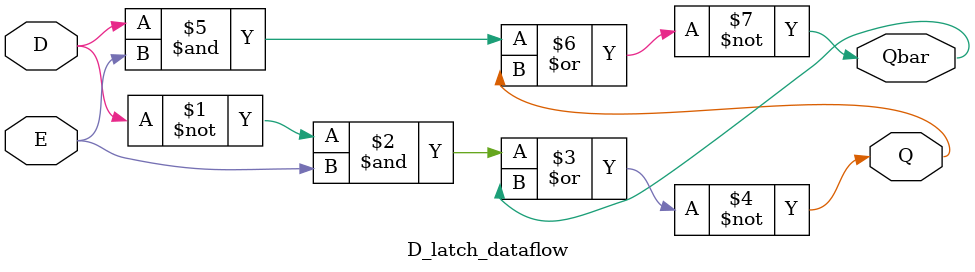
<source format=v>
`timescale 1ns / 1ps


module D_latch_dataflow(
    input D,
    input E,
    output Q,
    output Qbar
    );
    
    assign #2 Q = ~(((~D)&E) | Qbar);
    assign #2 Qbar = ~((D&E) | Q);
    
endmodule

</source>
